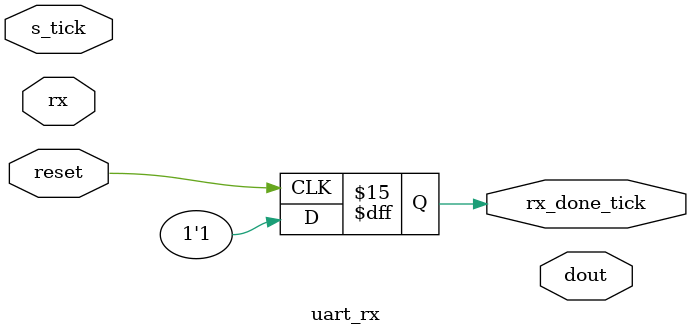
<source format=v>

module uart_rx(
    rx,
    s_tick,
    dout,
    rx_done_tick,
    reset
);

input rx;
input s_tick;
input reset;
output reg [7:0] dout;
output reg rx_done_tick;

reg [3:0] counter;
reg [2:0] state;
reg [3:0] bit_count;

parameter [5:0]
    IDLE   = 5'd0,
    DATA  = 5'd1,
    STOP  = 5'd2;

always@(s_tick) begin
if(s_tick == 1)
    case(state)
        IDLE:
            if(rx == 0 && counter == 4'd7) begin
                rx_done_tick <= 0;
                state <= DATA;
                counter <= 0;
                bit_count <= 0;
                dout <= 0;
            end else begin
                counter <= counter + 1;
            end
        DATA:
            if(counter == 4'd15) begin
                state <= DATA;
                dout <= {rx, dout[7:1]};
                bit_count <= bit_count + 1;
                counter <= counter + 1;
                if(bit_count == 3'd7) begin
                    state <= STOP;
                    bit_count <= 0;
                    rx_done_tick <= 0;
                end
            end else begin
                counter <= counter + 1;
            end
        STOP:
            if(counter == 4'd15) begin
                rx_done_tick <= 1;
                state <= IDLE;
                counter <= 0;
            end else begin
                counter <= counter + 1;
            end
    endcase

end

always@(negedge reset) begin
	state <= IDLE;
	counter <= 4'b0;
	rx_done_tick <= 1;
end

endmodule

</source>
